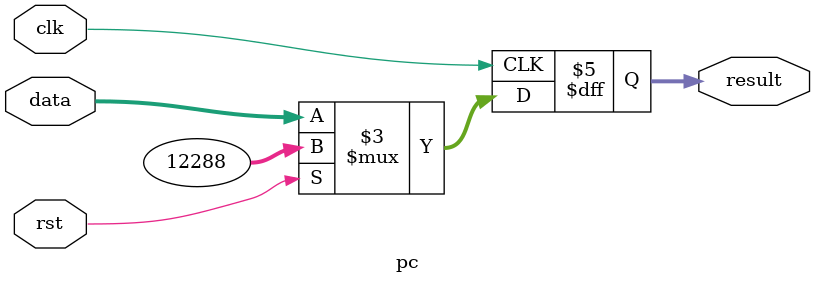
<source format=v>
module pc (clk,rst,data,result);
	input	clk;
	input	rst;
	input	[31:0]	data;
	output	reg	[31:0]	result;

	always @(negedge clk)
	begin
		if(rst)				//??
			result[31:0] <= {32'h0000_3000};
		else
			result <= data;
	end
endmodule

</source>
